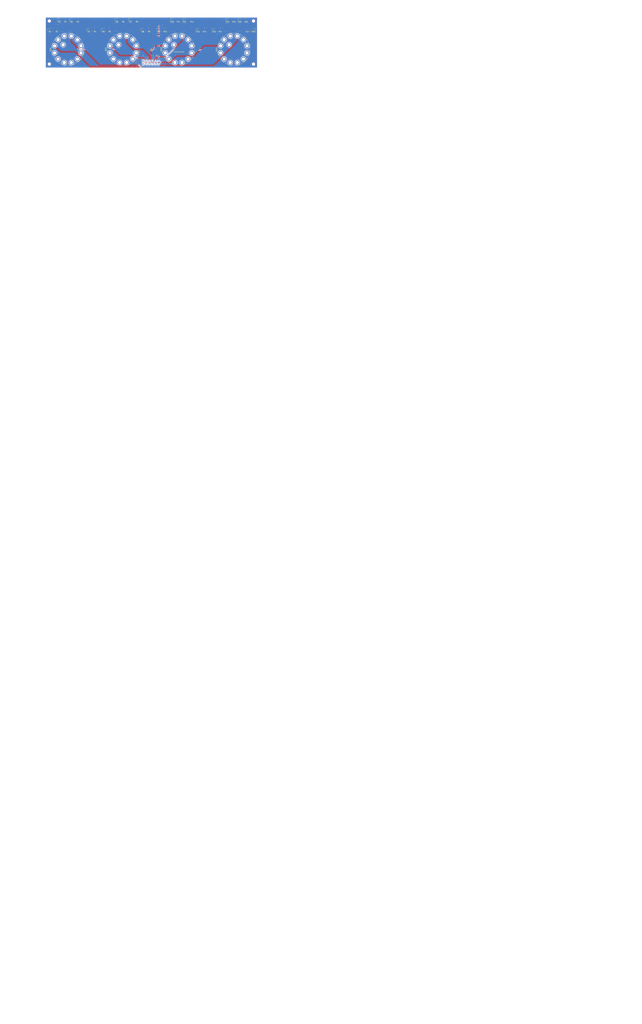
<source format=kicad_pcb>
(kicad_pcb (version 20221018) (generator pcbnew)

  (general
    (thickness 1.6)
  )

  (paper "A4")
  (layers
    (0 "F.Cu" signal)
    (31 "B.Cu" signal)
    (34 "B.Paste" user)
    (35 "F.Paste" user)
    (36 "B.SilkS" user "B.Silkscreen")
    (37 "F.SilkS" user "F.Silkscreen")
    (38 "B.Mask" user)
    (39 "F.Mask" user)
    (44 "Edge.Cuts" user)
    (45 "Margin" user)
    (46 "B.CrtYd" user "B.Courtyard")
    (47 "F.CrtYd" user "F.Courtyard")
    (48 "B.Fab" user)
    (49 "F.Fab" user)
  )

  (setup
    (stackup
      (layer "F.SilkS" (type "Top Silk Screen") (color "White"))
      (layer "F.Paste" (type "Top Solder Paste"))
      (layer "F.Mask" (type "Top Solder Mask") (color "Black") (thickness 0.01))
      (layer "F.Cu" (type "copper") (thickness 0.035))
      (layer "dielectric 1" (type "core") (thickness 1.51) (material "FR4") (epsilon_r 4.5) (loss_tangent 0.02))
      (layer "B.Cu" (type "copper") (thickness 0.035))
      (layer "B.Mask" (type "Bottom Solder Mask") (color "Black") (thickness 0.01))
      (layer "B.Paste" (type "Bottom Solder Paste"))
      (layer "B.SilkS" (type "Bottom Silk Screen") (color "White"))
      (copper_finish "None")
      (dielectric_constraints yes)
    )
    (pad_to_mask_clearance 0)
    (aux_axis_origin 74 130)
    (grid_origin 74 130)
    (pcbplotparams
      (layerselection 0x00010fc_ffffffff)
      (plot_on_all_layers_selection 0x0000000_00000000)
      (disableapertmacros false)
      (usegerberextensions false)
      (usegerberattributes true)
      (usegerberadvancedattributes true)
      (creategerberjobfile true)
      (dashed_line_dash_ratio 12.000000)
      (dashed_line_gap_ratio 3.000000)
      (svgprecision 4)
      (plotframeref false)
      (viasonmask false)
      (mode 1)
      (useauxorigin false)
      (hpglpennumber 1)
      (hpglpenspeed 20)
      (hpglpendiameter 15.000000)
      (dxfpolygonmode true)
      (dxfimperialunits true)
      (dxfusepcbnewfont true)
      (psnegative false)
      (psa4output false)
      (plotreference true)
      (plotvalue true)
      (plotinvisibletext false)
      (sketchpadsonfab false)
      (subtractmaskfromsilk false)
      (outputformat 1)
      (mirror false)
      (drillshape 1)
      (scaleselection 1)
      (outputdirectory "")
    )
  )

  (net 0 "")
  (net 1 "/LED_PWR")
  (net 2 "Net-(D1-A)")
  (net 3 "Net-(D2-A)")
  (net 4 "Net-(D3-A)")
  (net 5 "Net-(D4-A)")
  (net 6 "Net-(D5-A)")
  (net 7 "Net-(D6-A)")
  (net 8 "+3V3")
  (net 9 "/ATT Capt")
  (net 10 "/AIR Capt")
  (net 11 "/ATT FO")
  (net 12 "/AIR FO")
  (net 13 "/EIS Capt")
  (net 14 "/PWM_1")
  (net 15 "/EIS FO")
  (net 16 "GND")
  (net 17 "/ECAM Capt")
  (net 18 "VBUS")
  (net 19 "/ECAM FO")
  (net 20 "unconnected-(SW1-Pad2)")
  (net 21 "unconnected-(SW1-Pad3)")
  (net 22 "unconnected-(SW1-Pad5)")
  (net 23 "unconnected-(SW1-Pad6)")
  (net 24 "unconnected-(SW1-Pad7)")
  (net 25 "unconnected-(SW1-Pad8)")
  (net 26 "unconnected-(SW1-Pad9)")
  (net 27 "unconnected-(SW1-Pad10)")
  (net 28 "unconnected-(SW1-Pad11)")
  (net 29 "unconnected-(SW1-Pad12)")
  (net 30 "unconnected-(SW2-Pad2)")
  (net 31 "unconnected-(SW2-Pad3)")
  (net 32 "unconnected-(SW2-Pad5)")
  (net 33 "unconnected-(SW2-Pad6)")
  (net 34 "unconnected-(SW2-Pad7)")
  (net 35 "unconnected-(SW2-Pad8)")
  (net 36 "unconnected-(SW2-Pad9)")
  (net 37 "unconnected-(SW2-Pad10)")
  (net 38 "unconnected-(SW2-Pad11)")
  (net 39 "unconnected-(SW2-Pad12)")
  (net 40 "unconnected-(SW3-Pad2)")
  (net 41 "unconnected-(SW3-Pad3)")
  (net 42 "unconnected-(SW3-Pad5)")
  (net 43 "unconnected-(SW3-Pad6)")
  (net 44 "unconnected-(SW3-Pad7)")
  (net 45 "unconnected-(SW3-Pad8)")
  (net 46 "unconnected-(SW3-Pad9)")
  (net 47 "unconnected-(SW3-Pad10)")
  (net 48 "unconnected-(SW3-Pad11)")
  (net 49 "unconnected-(SW3-Pad12)")
  (net 50 "unconnected-(SW4-Pad2)")
  (net 51 "unconnected-(SW4-Pad3)")
  (net 52 "unconnected-(SW4-Pad5)")
  (net 53 "unconnected-(SW4-Pad6)")
  (net 54 "unconnected-(SW4-Pad7)")
  (net 55 "unconnected-(SW4-Pad8)")
  (net 56 "unconnected-(SW4-Pad9)")
  (net 57 "unconnected-(SW4-Pad10)")
  (net 58 "unconnected-(SW4-Pad11)")
  (net 59 "unconnected-(SW4-Pad12)")
  (net 60 "Net-(D7-A)")
  (net 61 "Net-(D8-A)")
  (net 62 "Net-(D9-A)")
  (net 63 "Net-(D10-A)")
  (net 64 "Net-(D11-A)")
  (net 65 "Net-(D12-A)")
  (net 66 "Net-(D13-A)")
  (net 67 "Net-(D14-A)")
  (net 68 "Net-(D15-A)")
  (net 69 "Net-(D16-A)")

  (footprint "MountingHole:MountingHole_2.2mm_M2" (layer "F.Cu") (at 243 127))

  (footprint "LED_SMD:LED_0805_2012Metric" (layer "F.Cu") (at 187.0625 91))

  (footprint "LED_SMD:LED_0805_2012Metric" (layer "F.Cu") (at 121 99))

  (footprint "Resistor_SMD:R_0805_2012Metric" (layer "F.Cu") (at 100.0875 91 180))

  (footprint "LED_SMD:LED_0805_2012Metric" (layer "F.Cu") (at 94.9375 91))

  (footprint "NiasStuff:C&K_Rotary_Switches" (layer "F.Cu") (at 227 115 90))

  (footprint "MountingHole:MountingHole_2.2mm_M2" (layer "F.Cu") (at 77 127))

  (footprint "Resistor_SMD:R_0805_2012Metric" (layer "F.Cu") (at 227.025 91 180))

  (footprint "LED_SMD:LED_0805_2012Metric" (layer "F.Cu") (at 109.0625 99))

  (footprint "LED_SMD:LED_0805_2012Metric" (layer "F.Cu") (at 85.0625 91))

  (footprint "NiasStuff:C&K_Rotary_Switches" (layer "F.Cu") (at 182 115 90))

  (footprint "Resistor_SMD:R_0805_2012Metric" (layer "F.Cu") (at 238.0875 99))

  (footprint "Resistor_SMD:R_0805_2012Metric" (layer "F.Cu") (at 90.0875 91 180))

  (footprint "Resistor_SMD:R_0805_2012Metric" (layer "F.Cu") (at 158.0875 99 180))

  (footprint "Resistor_SMD:R_0805_2012Metric" (layer "F.Cu") (at 182.025 91 180))

  (footprint "LED_SMD:LED_0805_2012Metric" (layer "F.Cu") (at 132 91))

  (footprint "LED_SMD:LED_0805_2012Metric" (layer "F.Cu") (at 143.0625 91))

  (footprint "Resistor_SMD:R_0805_2012Metric" (layer "F.Cu") (at 192.9125 91 180))

  (footprint "LED_SMD:LED_0805_2012Metric" (layer "F.Cu") (at 198 99))

  (footprint "NiasStuff:C&K_Rotary_Switches" (layer "F.Cu") (at 92 115 90))

  (footprint "Resistor_SMD:R_0805_2012Metric" (layer "F.Cu") (at 237.025 91 180))

  (footprint "Resistor_SMD:R_0805_2012Metric" (layer "F.Cu") (at 83.0875 99 180))

  (footprint "Resistor_SMD:R_0805_2012Metric" (layer "F.Cu") (at 148.0875 91 180))

  (footprint "LED_SMD:LED_0805_2012Metric" (layer "F.Cu") (at 77.5025 99))

  (footprint "LED_SMD:LED_0805_2012Metric" (layer "F.Cu") (at 242.9375 99 180))

  (footprint "LED_SMD:LED_0805_2012Metric" (layer "F.Cu") (at 222 91))

  (footprint "Resistor_SMD:R_0805_2012Metric" (layer "F.Cu") (at 203.0875 99 180))

  (footprint "NiasStuff:C&K_Rotary_Switches" (layer "F.Cu") (at 137 115 90))

  (footprint "Resistor_SMD:R_0805_2012Metric" (layer "F.Cu") (at 171.0875 99 180))

  (footprint "Resistor_SMD:R_0805_2012Metric" (layer "F.Cu") (at 126.0875 99 180))

  (footprint "LED_SMD:LED_0805_2012Metric" (layer "F.Cu") (at 231.9375 91))

  (footprint "Resistor_SMD:R_0805_2012Metric" (layer "F.Cu") (at 216.0875 99 180))

  (footprint "Package_TO_SOT_SMD:SOT-23-3" (layer "F.Cu") (at 162.05 115.1375 90))

  (footprint "Resistor_SMD:R_0603_1608Metric" (layer "F.Cu") (at 161.925 120))

  (footprint "Resistor_SMD:R_0805_2012Metric" (layer "F.Cu") (at 114.0875 99 180))

  (footprint "MountingHole:MountingHole_2.2mm_M2" (layer "F.Cu") (at 243 92))

  (footprint "LED_SMD:LED_0805_2012Metric" (layer "F.Cu") (at 153.0625 99))

  (footprint "LED_SMD:LED_0805_2012Metric" (layer "F.Cu") (at 211 99))

  (footprint "LED_SMD:LED_0805_2012Metric" (layer "F.Cu") (at 166.0625 99))

  (footprint "MountingHole:MountingHole_2.2mm_M2" (layer "F.Cu") (at 77 92))

  (footprint "Resistor_SMD:R_0805_2012Metric" (layer "F.Cu") (at 137.0875 91 180))

  (footprint "LED_SMD:LED_0805_2012Metric" (layer "F.Cu") (at 177 91))

  (footprint "Connector_IDC:IDC-Header_2x06_P2.54mm_Vertical" (layer "B.Cu") (at 153.3 124.46 -90))

  (gr_line (start 246 89) (end 74 89)
    (stroke (width 0.1) (type default)) (layer "Edge.Cuts") (tstamp 4180de9c-72a9-4372-a0e6-21885a70859e))
  (gr_line (start 246 130) (end 246 89)
    (stroke (width 0.1) (type default)) (layer "Edge.Cuts") (tstamp 5c6d5c02-aabe-4484-bced-6faf57b1ac89))
  (gr_line (start 74 89) (end 74 130)
    (stroke (width 0.1) (type default)) (layer "Edge.Cuts") (tstamp 658482ab-e47e-41e2-b0a4-029602479ac5))
  (gr_line (start 74 130) (end 246 130)
    (stroke (width 0.1) (type default)) (layer "Edge.Cuts") (tstamp 6c260de4-b235-4139-8cd3-6a8379b8777c))
  (gr_line locked (start 526.028976 391.206486) (end 525.706738 391.079431)
    (stroke (width 0.613409) (type solid)) (layer "F.Fab") (tstamp 000605f7-d09d-42b3-95e3-428df9b2ad4d))
  (gr_line locked (start 438.650647 95.161961) (end 438.511297 95.765806)
    (stroke (width 0.613699) (type solid)) (layer "F.Fab") (tstamp 00088ac3-1bfc-4e33-9fbe-9190a1121e5c))
  (gr_line locked (start 100.653418 334.425418) (end 100.867558 334.007315)
    (stroke (width 0.612998) (type solid)) (layer "F.Fab") (tstamp 00233eff-4241-4a3d-9eac-6fecd5ac70bb))
  (gr_line locked (start 506.805593 140.935512) (end 507.265738 140.804845)
    (stroke (width 0.612998) (type solid)) (layer "F.Fab") (tstamp 002f8e6a-c999-4f52-b21b-819c1e2fd99f))
  (gr_line locked (start 396.926741 761.091366) (end 396.934656 761.40442)
    (stroke (width 0.613409) (type solid)) (layer "F.Fab") (tstamp 003472a7-e9c7-440a-94a8-7f1ea67acbd4))
  (gr_line locked (start 422.657014 137.591086) (end 423.290796 137.542888)
    (stroke (width 0.613699) (type solid)) (layer "F.Fab") (tstamp 00432e7e-9581-4d98-9c81-a83c06a5d2b0))
  (gr_line locked (start 431.282095 81.146329) (end 431.834897 81.396275)
    (stroke (width 0.613699) (type solid)) (layer "F.Fab") (tstamp 00442c20-4dde-4a70-9046-78cce46acc9e))
  (gr_line locked (start 458.089899 99.118476) (end 457.789398 98.595805)
    (stroke (width 0.613699) (type solid)) (layer "F.Fab") (tstamp 009093a4-af50-484f-ab2c-4fa4d150c025))
  (gr_line locked (start 78.961944 354.031835) (end 78.883339 354.045798)
    (stroke (width 0.612998) (type solid)) (layer "F.Fab") (tstamp 009e31d4-8050-4ed2-aacd-f3b39fc1c9b5))
  (gr_line locked (start 351.716947 110.089467) (end 352.561506 109.982148)
    (stroke (width 0.834897) (type solid)) (layer "F.Fab") (tstamp 00adaae8-4c74-4ea2-ac51-03182dad2382))
  (gr_line locked (start 49.983855 324.98834) (end 49.997818 324.909734)
    (stroke (width 0.612998) (type solid)) (layer "F.Fab") (tstamp 00bad4a4-4bc5-4447-932b-01c58737d9e4))
  (gr_line locked (start 222.038847 380.732167) (end 222.42493 380.95416)
    (stroke (width 0.715585) (type solid)) (layer "F.Fab") (tstamp 00dd887a-f2c0-49a3-aa2c-d3a926404083))
  (gr_line locked (start 501.492966 337.386727) (end 502.333242 337.536785)
    (stroke (width 0.994409) (type solid)) (layer "F.Fab") (tstamp 00e00f95-5669-4960-b898-211c88ad836b))
  (gr_line locked (start 480.989215 90.131207) (end 481.098967 90.745834)
    (stroke (width 0.613699) (type solid)) (layer "F.Fab") (tstamp 00e7208f-1dca-4a9c-a7bc-f8c45eade495))
  (gr_line locked (start 176.379032 301.221363) (end 176.649379 300.84119)
    (stroke (width 0.612998) (type solid)) (layer "F.Fab") (tstamp 0126fdec-4ed0-405f-96a8-bf8dcc22c5dd))
  (gr_line locked (start 51.558684 323.638466) (end 78.640093 323.638466)
    (stroke (width 0.612998) (type solid)) (layer "F.Fab") (tstamp 01272250-71b3-40c6-9372-33211803dab7))
  (gr_line locked (start 340.686157 92.134164) (end 340.761151 92.72433)
    (stroke (width 0.745489) (type solid)) (layer "F.Fab") (tstamp 0140af6f-2293-44e0-92cc-5cfdb612a714))
  (gr_line locked (start 239.262218 373.502929) (end 239.930487 374.545326)
    (stroke (width 0.914526) (type solid)) (layer "F.Fab") (tstamp 015195bd-713e-4438-8b57-1120f892e0d7))
  (gr_line locked (start 131.631354 289.493767) (end 136.350136 289.493767)
    (stroke (width 0.923289) (type solid)) (layer "F.Fab") (tstamp 01a210cb-45f4-4609-9580-bad11f4e6167))
  (gr_line locked (start 220.385896 380.033917) (end 220.814268 380.178863)
    (stroke (width 0.715585) (type solid)) (layer "F.Fab") (tstamp 01bbde9e-f889-43d6-a1a2-473147205433))
  (gr_line locked (start 396.334766 758.766998) (end 396.456592 759.036471)
    (stroke (width 0.613409) (type solid)) (layer "F.Fab") (tstamp 01bf2cc4-fa0e-488e-901f-f945cecfa919))
  (gr_line locked (start 173.653527 433.405088) (end 174.05361 432.229977)
    (stroke (width 2.371089) (type solid)) (layer "F.Fab") (tstamp 01d930e9-cc17-4b7f-988d-ae3777f28eaf))
  (gr_line locked (start 385.502037 764.304147) (end 385.367692 764.041842)
    (stroke (width 0.613409) (type solid)) (layer "F.Fab") (tstamp 01e3bf14-6a63-402b-afde-e5165db485e4))
  (gr_line locked (start 78.883339 323.656757) (end 78.961944 323.670721)
    (stroke (width 0.612998) (type solid)) (layer "F.Fab") (tstamp 01e618f4-1151-47ec-a8ac-6c0e9197a39b))
  (gr_line locked (start 469.897676 159.457013) (end 469.437531 159.587679)
    (stroke (width 0.612998) (type solid)) (layer "F.Fab") (tstamp 01e7e644-8d27-47ab-a8ba-c0019926ff08))
  (gr_line locked (start 405.428136 469.796118) (end 405.539696 469.46641)
    (stroke (width 0.613409) (type solid)) (layer "F.Fab") (tstamp 01eff2ad-4258-4867-9c2f-0a3e6118c425))
  (gr_line locked (start 70.853738 184.555666) (end 71.360083 184.23102)
    (stroke (width 0.613699) (type solid)) (layer "F.Fab") (tstamp 02030059-60ad-4a75-9f32-2eebedba0f35))
  (gr_line locked (start 319.929823 101.43117) (end 319.579739 100.985686)
    (stroke (width 0.745489) (type solid)) (layer "F.Fab") (tstamp 0211cbd5-247f-4c0e-83ea-9fe83e47ade6))
  (gr_line locked (start 519.335724 151.187708) (end 519.274059 151.672986)
    (stroke (width 0.612998) (type solid)) (layer "F.Fab") (tstamp 0218070a-d244-4c66-a1ed-314a4b228885))
  (gr_line locked (start 180.645293 315.577555) (end 180.215766 315.38337)
    (stroke (width 0.612998) (type solid)) (layer "F.Fab") (tstamp 021e880c-609f-4d33-982b-d74f4282ebd7))
  (gr_line locked (start 80.003205 353.298271) (end 79.961851 353.362896)
    (stroke (width 0.612998) (type solid)) (layer "F.Fab") (tstamp 02324b54-f36f-4648-b688-1f8dffba6878))
  (gr_line locked (start 147.734556 102.79906) (end 148.346886 103.329475)
    (stroke (width 0.834897) (type solid)) (layer "F.Fab") (tstamp 023c1398-635b-4413-be60-b82a0ea09d68))
  (gr_line locked (start 368.971872 88.817509) (end 369.23228 88.30904)
    (stroke (width 0.745489) (type solid)) (layer "F.Fab") (tstamp 024f2a1c-8005-4f30-a77f-cd3daa17253a))
  (gr_line locked (start 160.434596 354.341282) (end 245.945501 354.341282)
    (stroke (width 0.834897) (type solid)) (layer "F.Fab") (tstamp 025869bd-e316-4f1f-9cfb-4e0550108fc7))
  (gr_line locked (start 387.951502 756.055227) (end 388.213807 755.920883)
    (stroke (width 0.613409) (type solid)) (layer "F.Fab") (tstamp 0261f3ab-ba4f-4b59-b279-137ddfdd3683))
  (gr_line locked (start 167.420177 851.397609) (end 161.951558 851.397609)
    (stroke (width 0.971549) (type solid)) (layer "F.Fab") (tstamp 02760c2e-5f23-40bd-b58d-ae7b91105ba7))
  (gr_line locked (start 70.36445 184.903644) (end 70.853738 184.555666)
    (stroke (width 0.613699) (type solid)) (layer "F.Fab") (tstamp 02773476-912d-4710-9a72-d66b22c98600))
  (gr_line locked (start 524.608414 197.335439) (end 521.514339 205.836354)
    (stroke (width 0.844549) (type solid)) (layer "F.Fab") (tstamp 02e7ca73-03bb-4664-abbc-e3db0c34eff3))
  (gr_line locked (start 512.112445 140.804845) (end 512.572591 140.935512)
    (stroke (width 0.612998) (type solid)) (layer "F.Fab") (tstamp 0300f639-982c-4c00-93bc-b7b7fa78b6bb))
  (gr_line locked (start 396.661159 759.595391) (end 396.743135 759.884073)
    (stroke (width 0.613409) (type solid)) (layer "F.Fab") (tstamp 0312e0da-7972-4f68-9b94-be8597fcb7c5))
  (gr_line locked (start 211.445384 382.014475) (end 211.779907 381.724704)
    (stroke (width 0.715585) (type solid)) (layer "F.Fab") (tstamp 032f56d8-7179-4175-9fd8-f032d917e48b))
  (gr_line locked (start 462.392159 158.722618) (end 461.98609 158.489134)
    (stroke (width 0.612998) (type solid)) (layer "F.Fab") (tstamp 03360393-7d40-4aba-a2bd-879aae9175fd))
  (gr_line locked (start 386.193981 103.70857) (end 385.715547 104.015304)
    (stroke (width 0.745489) (type solid)) (layer "F.Fab") (tstamp 0344a92d-da80-4a51-9ad5-d46c42075c37))
  (gr_line locked (start 388.759539 767.118707) (end 388.48328 767.009783)
    (stroke (width 0.613409) (type solid)) (layer "F.Fab") (tstamp 035a975d-c58f-4e5d-87c2-ef76c4500222))
  (gr_line locked (start 476.698255 149.697289) (end 476.710872 150.196281)
    (stroke (width 0.612998) (type solid)) (layer "F.Fab") (tstamp 0395b2e5-2b13-423b-9c89-527c0f641d56))
  (gr_line locked (start 172.744921 444.307382) (end 172.607627 443.0936)
    (stroke (width 2.371089) (type solid)) (layer "F.Fab") (tstamp 039b708f-32ac-4945-a571-c10abf34fb60))
  (gr_line locked (start 180.215766 297.902381) (end 180.645293 297.708196)
    (stroke (width 0.612998) (type solid)) (layer "F.Fab") (tstamp 03ba8d66-2eea-4a9b-a472-e3ea974e7d1d))
  (gr_line locked (start 370.501753 86.428921) (end 370.872377 86.001035)
    (stroke (width 0.745489) (type solid)) (layer "F.Fab") (tstamp 03c6de7f-787a-4c6c-bc90-7bdb8d7e8dbe))
  (gr_line locked (start 50.937419 323.763278) (end 51.009824 323.73483)
    (stroke (width 0.612998) (type solid)) (layer "F.Fab") (tstamp 03c710eb-db43-4eeb-ae07-8699dcecec02))
  (gr_line locked (start 149.854544 860.733783) (end 149.854544 879.623638)
    (stroke (width 0.971549) (type solid)) (layer "F.Fab") (tstamp 03d2bb4e-27aa-4e6a-abe0-b29dd369c004))
  (gr_line locked (start 182.942972 316.227843) (end 182.465462 316.142568)
    (stroke (width 0.612998) (type solid)) (layer "F.Fab") (tstamp 03d32559-33ac-4b96-bb3b-e66db22cf745))
  (gr_line locked (start 51.083926 323.709856) (end 51.159628 323.688453)
    (stroke (width 0.612998) (type solid)) (layer "F.Fab") (tstamp 042a9e4e-0722-4c1f-a53d-576da9b51009))
  (gr_line locked (start 406.136416 468.226726) (end 406.320987 467.93882)
    (stroke (width 0.613409) (type solid)) (layer "F.Fab") (tstamp 042b75ed-a558-48d4-94b9-25bebd8e6e34))
  (gr_line locked (start 111.620599 775.822067) (end 117.08918 775.822067)
    (stroke (width 0.971549) (type solid)) (layer "F.Fab") (tstamp 044c73e5-0562-494d-975f-7d1a4eb8fe4d))
  (gr_line locked (start 502.832495 157.052861) (end 502.511424 156.716102)
    (stroke (width 0.612998) (type solid)) (layer "F.Fab") (tstamp 0461196f-4968-494c-8639-100754102832))
  (gr_line locked (start 115.56191 331.146894) (end 115.91375 331.451666)
    (stroke (width 0.612998) (type solid)) (layer "F.Fab") (tstamp 0470f885-0d38-420d-9d54-bb466c1305b8))
  (gr_line locked (start 179.797664 298.11652) (end 180.215766 297.902381)
    (stroke (width 0.612998) (type solid)) (layer "F.Fab") (tstamp 047498cc-7428-457e-957f-e228c2749e0f))
  (gr_line locked (start 104.771895 347.155689) (end 104.365826 346.922205)
    (stroke (width 0.612998) (type solid)) (layer "F.Fab") (tstamp 04afe5c2-00f2-469c-a60e-b9bb932aca8a))
  (gr_line locked (start 76.555323 182.488539) (end 77.189099 182.440341)
    (stroke (width 0.613699) (type solid)) (layer "F.Fab") (tstamp 04c12bbd-bee6-47ff-8984-e3931c0eb951))
  (gr_line locked (start 88.804832 200.854441) (end 88.504331 201.377111)
    (stroke (width 0.613699) (type solid)) (layer "F.Fab") (tstamp 04d988a9-a611-4a97-a93d-d0399c9d1d9d))
  (gr_line locked (start 87.461284 186.966058) (end 87.831773 187.437554)
    (stroke (width 0.613699) (type solid)) (layer "F.Fab") (tstamp 04e84a0c-3d5a-4d6b-891e-626e8572f4ae))
  (gr_poly locked
    (pts
      (xy 73.179883 859.944839)
      (xy 73.179883 857.838146)
      (xy 76.99686 854.042176)
      (xy 79.115374 854.041478)
    )

    (stroke (width 0) (type solid)) (fill solid) (layer "F.Fab") (tstamp 050bfc30-a9c6-441c-9438-b37ee68fae0a))
  (gr_line locked (start 79.767621 353.598498) (end 79.712352 353.65118)
    (stroke (width 0.612998) (type solid)) (layer "F.Fab") (tstamp 051afe90-04dc-4cb5-9263-8241581b0986))
  (gr_line locked (start 533.494228 462.090991) (end 533.539389 462.04888)
    (stroke (width 0.904573) (type solid)) (layer "F.Fab") (tstamp 05213936-3453-44c5-b8a4-bb4a6c27338a))
  (gr_line locked (start 68.593544 168.717919) (end 68.201298 168.265045)
    (stroke (width 0.613699) (type solid)) (layer "F.Fab") (tstamp 05342953-60f6-41c2-a9ac-2a4e04cb24f2))
  (gr_line locked (start 407.959431 466.219994) (end 408.237637 466.022156)
    (stroke (width 0.613409) (type solid)) (layer "F.Fab") (tstamp 053ea2d9-1140-40e3-8963-f826dfe6a954))
  (gr_line locked (start 506.355045 159.304564) (end 505.914703 159.130942)
    (stroke (width 0.612998) (type solid)) (layer "F.Fab") (tstamp 055fa924-e301-4c44-96c9-8c930c198e8b))
  (gr_line locked (start 482.598237 349.179314) (end 482.866503 348.386483)
    (stroke (width 0.994409) (type solid)) (layer "F.Fab") (tstamp 05747927-4bd6-41c7-a367-9d42636524e0))
  (gr_line locked (start 72.420804 149.075621) (end 72.973612 148.825677)
    (stroke (width 0.613699) (type solid)) (layer "F.Fab") (tstamp 05c9f95f-3b35-441b-bd6d-1e955e4c1190))
  (gr_line locked (start 436.054375 84.707461) (end 436.424861 85.178958)
    (stroke (width 0.613699) (type solid)) (layer "F.Fab") (tstamp 05cb67b4-e2e1-4d12-92df-ca55125977a2))
  (gr_line locked (start 79.107285 182.48854) (end 79.731845 182.567913)
    (stroke (width 0.613699) (type solid)) (layer "F.Fab") (tstamp 05d0bc81-942e-45ca-b730-a7ce3ea8c340))
  (gr_line locked (start 240.549115 375.621222) (end 241.116487 376.729001)
    (stroke (width 0.914526) (type solid)) (layer "F.Fab") (tstamp 05dbfa15-7cb4-4ec7-a4b0-2258bed485b7))
  (gr_line locked (start 87.069033 186.513189) (end 87.461284 186.966058)
    (stroke (width 0.613699) (type solid)) (layer "F.Fab") (tstamp 05f9077e-c1c0-4eff-b543-d3927c13fcaa))
  (gr_line locked (start 557.442847 461.808328) (end 557.499571 461.821611)
    (stroke (width 0.904573) (type solid)) (layer "F.Fab") (tstamp 0601bb4c-28d8-4b1f-b508-3dbbf30f1d84))
  (gr_line locked (start 50.195571 324.404285) (end 50.236925 324.339659)
    (stroke (width 0.612998) (type solid)) (layer "F.Fab") (tstamp 06100aa7-63b9-4c70-9630-eda8d3fd70e7))
  (gr_line locked (start 516.86676 143.676428) (end 517.171532 144.028269)
    (stroke (width 0.612998) (type solid)) (layer "F.Fab") (tstamp 062bd4f0-c798-42d7-97e6-d81ce6378f3e))
  (gr_line locked (start 175.158932 303.759377) (end 175.311381 303.308828)
    (stroke (width 0.612998) (type solid)) (layer "F.Fab") (tstamp 062cf003-8e5f-42b5-984f-730b1687b14b))
  (gr_line locked (start 378.395322 82.198431) (end 378.994171 82.152892)
    (stroke (width 0.745489) (type solid)) (layer "F.Fab") (tstamp 06505807-513c-453f-826a-8dd3e0b1bc36))
  (gr_line locked (start 476.229808 82.645055) (end 476.701252 83.015578)
    (stroke (width 0.613699) (type solid)) (layer "F.Fab") (tstamp 065e97bc-9756-4124-8a4d-b671a4e83fbd))
  (gr_line locked (start 438.511297 95.765806) (end 438.343128 96.358083)
    (stroke (width 0.613699) (type solid)) (layer "F.Fab") (tstamp 065f6507-55d8-4ffb-99d3-c7c29787afdc))
  (gr_poly locked
    (pts
      (xy 355.166741 773.176724)
      (xy 355.862357 773.848776)
      (xy 355.862357 778.171923)
      (xy 353.447776 778.171923)
      (xy 353.447853 773.848776)
      (xy 354.14347 773.176724)
      (xy 354.14347 769.816542)
      (xy 355.166741 769.816542)
    )

    (stroke (width 0) (type solid)) (fill solid) (layer "F.Fab") (tstamp 0669aa2b-1ca7-464f-8506-d9cbec2a41d7))
  (gr_line locked (start 428.939525 80.419071) (end 429.543303 80.558439)
    (stroke (width 0.613699) (type solid)) (layer "F.Fab") (tstamp 0676f874-8d33-420d-8b4b-5ad083058585))
  (gr_line locked (start 482.368302 349.989033) (end 482.598237 349.179314)
    (stroke (width 0.994409) (type solid)) (layer "F.Fab") (tstamp 0682be8b-ede1-4343-a150-44fdaa95339d))
  (gr_line locked (start 417.186608 84.254586) (end 417.599829 83.821127)
    (stroke (width 0.613699) (type solid)) (layer "F.Fab") (tstamp 068c72fd-a128-4bf3-b48a-6d98a9a41890))
  (gr_line locked (start 465.644071 80.558435) (end 466.247855 80.419069)
    (stroke (width 0.613699) (type solid)) (layer "F.Fab") (tstamp 06a60b20-42d7-49c9-908b-5c8ddc96c568))
  (gr_line locked (start 533.294572 481.431972) (end 533.260377 481.374913)
    (stroke (width 0.904573) (type solid)) (layer "F.Fab") (tstamp 06c30212-0f1e-4ba8-b3f5-7d3481658b9c))
  (gr_line locked (start 412.205042 479.002122) (end 411.839886 478.992889)
    (stroke (width 0.613409) (type solid)) (layer "F.Fab") (tstamp 06e1b00a-e6d6-4ef6-9f12-d2b2652e7c44))
  (gr_line locked (start 514.616778 360.895227) (end 514.275069 361.651067)
    (stroke (width 0.994409) (type solid)) (layer "F.Fab") (tstamp 070e113d-6ed8-40bd-80a2-734a650930be))
  (gr_line locked (start 176.126812 311.670962) (end 175.893327 311.264894)
    (stroke (width 0.612998) (type solid)) (layer "F.Fab") (tstamp 0736868e-e17a-4d88-8b9a-c70bd613369a))
  (gr_line locked (start 85.298124 150.324395) (end 85.76957 150.694917)
    (stroke (width 0.613699) (type solid)) (layer "F.Fab") (tstamp 073ae6d6-8384-48a7-9c47-c0e1e2c0766a))
  (gr_line locked (start 209.537622 384.44434) (end 209.759615 384.058257)
    (stroke (width 0.715585) (type solid)) (layer "F.Fab") (tstamp 07540ab9-d94e-4735-bf31-824434b07578))
  (gr_line locked (start 154.708899 685.237984) (end 154.708899 693.292376)
    (stroke (width 0.717548) (type solid)) (layer "F.Fab") (tstamp 0754a9b8-1a68-4bbf-814b-453a2b33b736))
  (gr_line locked (start 336.530623 103.02971) (end 336.085137 103.379792)
    (stroke (width 0.745489) (type solid)) (layer "F.Fab") (tstamp 0756f6dc-09b4-45a2-b42e-be024c2caec1))
  (gr_line locked (start 50.122198 324.539714) (end 50.157296 324.471002)
    (stroke (width 0.612998) (type solid)) (layer "F.Fab") (tstamp 07593c65-c9d4-4dc2-bd1b-79dbc9433a74))
  (gr_line locked (start 389.379042 87.336747) (end 389.685759 87.815205)
    (stroke (width 0.745489) (type solid)) (layer "F.Fab") (tstamp 0760bdec-5042-434e-97ad-e09e5535a185))
  (gr_line locked (start 456.844207 96.358069) (end 456.676034 95.765794)
    (stroke (width 0.613699) (type solid)) (layer "F.Fab") (tstamp 07990805-1dec-4e93-bb89-bb5beabfc4a5))
  (gr_line locked (start 189.447769 314.935746) (end 189.041701 315.169231)
    (stroke (width 0.612998) (type solid)) (layer "F.Fab") (tstamp 07a70382-fbb2-4278-8b58-a85916575dff))
  (gr_line locked (start 438.904188 92.646577) (end 438.887949 93.288855)
    (stroke (width 0.613699) (type solid)) (layer "F.Fab") (tstamp 07ba21fd-5633-461d-a5ef-073f8f3c6be7))
  (gr_line locked (start 518.215447 154.818287) (end 517.981963 155.224354)
    (stroke (width 0.612998) (type solid)) (layer "F.Fab") (tstamp 07da63e9-248f-4d21-8be5-277734e70bcb))
  (gr_line locked (start 227.053708 96.402278) (end 227.053747 98.945456)
    (stroke (width 1.977389) (type solid)) (layer "F.Fab") (tstamp 0801d8f0-8c2a-44f2-bf9f-249b75223ecd))
  (gr_line locked (start 492.25261 369.975801) (end 491.496771 369.634093)
    (stroke (width 0.994409) (type solid)) (layer "F.Fab") (tstamp 080acedd-a53e-4e50-9a9a-f53c56c5f81d))
  (gr_line locked (start 474.173476 81.396275) (end 474.711574 81.671905)
    (stroke (width 0.613699) (type solid)) (layer "F.Fab") (tstamp 081265e0-318a-4a48-9b7a-f8f37883d7bb))
  (gr_line locked (start 220.584981 362.308293) (end 221.870753 362.471676)
    (stroke (width 0.914526) (type solid)) (layer "F.Fab") (tstamp 0842b355-58ce-405c-981c-fd579aa22f7a))
  (gr_line locked (start 65.605031 192.389816) (end 65.744384 191.785971)
    (stroke (width 0.613699) (type solid)) (layer "F.Fab") (tstamp 086a820f-f74f-4460-b7d8-07842a62bd57))
  (gr_line locked (start 85.740463 100.271635) (end 86.506817 99.969471)
    (stroke (width 0.834897) (type solid)) (layer "F.Fab") (tstamp 087ce349-3630-46df-a771-697db330fee5))
  (gr_line locked (start 390.2301 99.042582) (end 389.969692 99.551051)
    (stroke (width 0.745489) (type solid)) (layer "F.Fab") (tstamp 08804084-534f-46a9-97e7-738a0760399f))
  (gr_line locked (start 413.960788 93.288852) (end 413.944548 92.646577)
    (stroke (width 0.613699) (type solid)) (layer "F.Fab") (tstamp 08a47f18-b755-4086-9c9d-fcd91754fa4b))
  (gr_line locked (start 111.817267 329.237917) (end 112.277412 329.368584)
    (stroke (width 0.612998) (type solid)) (layer "F.Fab") (tstamp 08c2ac5f-ef7a-4805-a5ab-aa4957d504d4))
  (gr_line locked (start 437.097416 86.174693) (end 437.397917 86.697363)
    (stroke (width 0.613699) (type solid)) (layer "F.Fab") (tstamp 08e07763-4b51-4de2-858d-3a1c004c2eeb))
  (gr_line locked (start 338.80804 87.336747) (end 339.114777 87.815205)
    (stroke (width 0.745489) (type solid)) (layer "F.Fab") (tstamp 08f8c87a-c53a-49aa-8242-601536bba3cd))
  (gr_line locked (start 243.128015 382.689663) (end 243.353954 383.954849)
    (stroke (width 0.914526) (type solid)) (layer "F.Fab") (tstamp 09335b0e-5aa7-47f2-94ae-2c868f282ad8))
  (gr_line locked (start 391.777678 755.391087) (end 392.077255 755.444586)
    (stroke (width 0.613409) (type solid)) (layer "F.Fab") (tstamp 093e9eb4-a08c-4d27-b648-cb36b269c31a))
  (gr_line locked (start 142.358645 211.691811) (end 142.358645 218.86366)
    (stroke (width 0.794838) (type solid)) (layer "F.Fab") (tstamp 0945f6c0-725a-476c-bbd4-2bedd8bbd298))
  (gr_line locked (start 557.555299 481.934078) (end 557.499571 481.950944)
    (stroke (width 0.904573) (type solid)) (layer "F.Fab") (tstamp 094d18cf-2b7f-4956-96bc-bfd9d9427e44))
  (gr_line locked (start 389.924781 767.417752) (end 389.625203 767.364254)
    (stroke (width 0.613409) (type solid)) (layer "F.Fab") (tstamp 0960804c-9948-418c-a48f-bbd2fa12e6e3))
  (gr_line locked (start 412.433895 154.865912) (end 412.210437 154.299128)
    (stroke (width 0.613699) (type solid)) (layer "F.Fab") (tstamp 09cddd9e-b7ce-4c5b-ab2d-14b48295987f))
  (gr_line locked (start 225.95462 384.841864) (end 226.139248 385.25025)
    (stroke (width 0.715585) (type solid)) (layer "F.Fab") (tstamp 09e0a9a0-bc4a-48c6-9a4f-45f1933e714a))
  (gr_line locked (start 216.240294 379.725658) (end 216.701689 379.667028)
    (stroke (width 0.715585) (type solid)) (layer "F.Fab") (tstamp 0a01e275-6290-432f-8bb3-85a5ceb625c7))
  (gr_line locked (start 111.348134 348.129026) (end 110.870623 348.214301)
    (stroke (width 0.612998) (type solid)) (layer "F.Fab") (tstamp 0a117b81-ecba-4139-92b0-b0f38c4cd763))
  (gr_line locked (start 369.82293 87.336747) (end 370.15169 86.874405)
    (stroke (width 0.745489) (type solid)) (layer "F.Fab") (tstamp 0a20cd79-d08e-41e1-998b-b86be4036eb8))
  (gr_line locked (start 502.206652 156.364262) (end 501.918788 155.997951)
    (stroke (width 0.612998) (type solid)) (layer "F.Fab") (tstamp 0a4bffb7-c8c5-4692-b79b-3b6687f53d24))
  (gr_line locked (start 524.223188 390.227349) (end 523.955126 390.016693)
    (stroke (width 0.613409) (type solid)) (layer "F.Fab") (tstamp 0a70c4b9-a986-4c85-95d4-befe16516019))
  (gr_line locked (start 348.484525 110.919035) (end 349.268637 110.65372)
    (stroke (width 0.834897) (type solid)) (layer "F.Fab") (tstamp 0a718200-2c9c-4217-aa85-e024a235a598))
  (gr_line locked (start 230.454794 99.288311) (end 231.271253 99.476749)
    (stroke (width 0.834897) (type solid)) (layer "F.Fab") (tstamp 0ada593b-9d19-40a8-a6f3-21c498cfc9f8))
  (gr_line locked (start 396.934656 761.40442) (end 396.926741 761.717473)
    (stroke (width 0.613409) (type solid)) (layer "F.Fab") (tstamp 0aded04a-9303-4a91-a556-0f118eb51a85))
  (gr_line locked (start 411.1244 464.892037) (end 411.479523 464.846911)
    (stroke (width 0.613409) (type solid)) (layer "F.Fab") (tstamp 0aecf4b4-ccc7-4c9d-a445-1fa96ec920b5))
  (gr_line locked (start 396.743135 759.884073) (end 396.811063 760.178394)
    (stroke (width 0.613409) (type solid)) (layer "F.Fab") (tstamp 0af165cc-3b03-4799-af41-378808fdf4af))
  (gr_line locked (start 317.952537 89.875388) (end 318.163687 89.339872)
    (stroke (width 0.745489) (type solid)) (layer "F.Fab") (tstamp 0b18e4d6-fe71-418b-84dd-0c2df6df642d))
  (gr_line locked (start 529.898879 391.492902) (end 529.549441 391.555306)
    (stroke (width 0.613409) (type solid)) (layer "F.Fab") (tstamp 0b2f227d-4727-48bf-8250-13984a2aef6f))
  (gr_line locked (start 532.285852 556.312907) (end 519.052551 559.870985)
    (stroke (width 1.225549) (type solid)) (layer "F.Fab") (tstamp 0b3ad07b-9f64-4cf3-aa90-4351a5e3da4d))
  (gr_poly locked
    (pts
      (xy 87.199066 652.914143)
      (xy 85.857675 647.906464)
      (xy 88.540457 647.906464)
    )

    (stroke (width 0) (type solid)) (fill solid) (layer "F.Fab") (tstamp 0b44d94e-c37b-4bbe-9cf7-bfdb1f85402b))
  (gr_line locked (start 437.923443 87.788385) (end 438.1469 88.35517)
    (stroke (width 0.613699) (type solid)) (layer "F.Fab") (tstamp 0b459a44-9210-42e7-8942-3180f9100976))
  (gr_line locked (start 382.547987 82.508807) (end 383.107561 82.667715)
    (stroke (width 0.745489) (type solid)) (layer "F.Fab") (tstamp 0b586882-a7a6-4ce5-bfa8-0d0e81156a33))
  (gr_line locked (start 173.197234 446.712389) (end 172.941486 445.514384)
    (stroke (width 2.371089) (type solid)) (layer "F.Fab") (tstamp 0b5ee9b5-c20a-4b15-b815-3f3a1ac299f6))
  (gr_line locked (start 111.620599 832.507832) (end 117.08918 832.507832)
    (stroke (width 0.971549) (type solid)) (layer "F.Fab") (tstamp 0b828298-9fb1-47ae-948d-fe323fbe9619))
  (gr_line locked (start 416.172447 466.022156) (end 416.450653 466.219994)
    (stroke (width 0.613409) (type solid)) (layer "F.Fab") (tstamp 0b8bd515-54f5-4387-b09c-323b19aba7e0))
  (gr_line locked (start 532.982471 390.016693) (end 532.714409 390.227349)
    (stroke (width 0.613409) (type solid)) (layer "F.Fab") (tstamp 0be245a5-15ea-41b2-9956-6e50ebefd5cc))
  (gr_line locked (start 484.301422 345.405476) (end 484.745255 344.713164)
    (stroke (width 0.994409) (type solid)) (layer "F.Fab") (tstamp 0bec996e-ac3a-4265-8258-ad8810cdbd3d))
  (gr_line locked (start 558.280272 481.191156) (end 558.222576 481.315693)
    (stroke (width 0.904573) (type solid)) (layer "F.Fab") (tstamp 0c18a6c2-7cc3-4070-967e-a38b9d28861b))
  (gr_line locked (start 456.283127 92.646577) (end 456.299366 92.0043)
    (stroke (width 0.613699) (type solid)) (layer "F.Fab") (tstamp 0c1b8771-1af5-4bae-917f-dd7267916dcb))
  (gr_line locked (start 416.718715 466.43065) (end 416.976187 466.65368)
    (stroke (width 0.613409) (type solid)) (layer "F.Fab") (tstamp 0c3e98e7-e17a-468c-90aa-af3ea90d8641))
  (gr_line locked (start 517.729742 144.774755) (end 517.981963 145.168181)
    (stroke (width 0.612998) (type solid)) (layer "F.Fab") (tstamp 0c632c1f-064b-4e83-9680-8fcf9f006bb6))
  (gr_line locked (start 51.083926 353.9927) (end 51.009824 353.967725)
    (stroke (width 0.612998) (type solid)) (layer "F.Fab") (tstamp 0c6c15ce-3d95-4a10-878c-9901d5e8e8b2))
  (gr_line locked (start 456.347561 93.922695) (end 456.299366 93.288852)
    (stroke (width 0.613699) (type solid)) (layer "F.Fab") (tstamp 0c6f83bf-e157-452d-a60d-8104e49d61cb))
  (gr_line locked (start 527.038718 377.589308) (end 527.388156 377.526905)
    (stroke (width 0.613409) (type solid)) (layer "F.Fab") (tstamp 0c7fb520-29a9-448c-bc39-07a9aabc46cd))
  (gr_line locked (start 436.772835 99.624885) (end 436.424889 100.114223)
    (stroke (width 0.613699) (type solid)) (layer "F.Fab") (tstamp 0c869621-ce3a-49c2-b282-fcb39e59638a))
  (gr_line locked (start 478.763439 85.178958) (end 479.111381 85.668297)
    (stroke (width 0.613699) (type solid)) (layer "F.Fab") (tstamp 0c90964f-f8be-4f34-b851-a6d9e1aa0f74))
  (gr_line locked (start 413.944548 92.646577) (end 413.960788 92.0043)
    (stroke (width 0.613699) (type solid)) (layer "F.Fab") (tstamp 0cb5b9c1-63bb-4bfa-8e1f-30c85c879304))
  (gr_line locked (start 238.545922 372.495645) (end 239.262218 373.502929)
    (stroke (width 0.914526) (type solid)) (layer "F.Fab") (tstamp 0ccff035-624e-42d2-bf5e-34ed54e077be))
  (gr_line locked (start 521.013749 471.886278) (end 517.007792 471.886278)
    (stroke (width 0.904573) (type solid)) (layer "F.Fab") (tstamp 0cd2b16c-cb77-4572-b2d8-270b0262deb2))
  (gr_line locked (start 161.951558 851.397609) (end 161.951558 870.44133)
    (stroke (width 0.971549) (type solid)) (layer "F.Fab") (tstamp 0cd73707-d26f-4f83-a332-a76bfbc7b321))
  (gr_line locked (start 79.820303 353.543229) (end 79.767621 353.598498)
    (stroke (width 0.612998) (type solid)) (layer "F.Fab") (tstamp 0cfe7b8e-1706-4711-8668-f75cf47abe07))
  (gr_line locked (start 74.179783 758.233916) (end 79.36594 758.233916)
    (stroke (width 2.495549) (type solid)) (layer "F.Fab") (tstamp 0d033163-a4ed-430c-904a-ad7e9b597466))
  (gr_line locked (start 189.841195 298.602225) (end 190.221368 298.872572)
    (stroke (width 0.612998) (type solid)) (layer "F.Fab") (tstamp 0d0a39c6-517c-4811-8727-378e7e4fbc23))
  (gr_poly locked
    (pts
      (xy 48.486119 890.130283)
      (xy 48.486119 892.237597)
      (xy 41.291868 885.043307)
      (xy 41.291868 882.935994)
    )

    (stroke (width 0) (type solid)) (fill solid) (layer "F.Fab") (tstamp 0d265b2d-e092-4565-a641-3ca9dc72bcdd))
  (gr_line locked (start 87.069033 203.29721) (end 86.655805 203.730669)
    (stroke (width 0.613699) (type solid)) (layer "F.Fab") (tstamp 0d26de28-3a09-403a-a992-0ed800ad9c21))
  (gr_line locked (start 104.365826 330.336463) (end 104.771895 330.102979)
    (stroke (width 0.612998) (type solid)) (layer "F.Fab") (tstamp 0d2cb25b-7549-4f09-b211-99eccc63f5b1))
  (gr_line locked (start 80.136848 353.01983) (end 80.1084 353.092234)
    (stroke (width 0.612998) (type solid)) (layer "F.Fab") (tstamp 0d3ddf58-f482-4f8f-bd51-a9dc2b12a9d3))
  (gr_line locked (start 533.944363 380.027417) (end 534.155018 380.29548)
    (stroke (width 0.613409) (type solid)) (layer "F.Fab") (tstamp 0d53979e-f407-4e82-a630-d70e7a88cdd7))
  (gr_line locked (start 90.246654 159.049791) (end 90.294847 159.683637)
    (stroke (width 0.613699) (type solid)) (layer "F.Fab") (tstamp 0d5f0a9c-c348-42e9-a5a5-ab5d18d1f105))
  (gr_line locked (start 420.814094 137.919585) (end 421.417879 137.780218)
    (stroke (width 0.613699) (type solid)) (layer "F.Fab") (tstamp 0d6862d3-d1bf-412d-9e2e-d5d45841fac3))
  (gr_line locked (start 392.660259 767.214349) (end 392.371576 767.296325)
    (stroke (width 0.613409) (type solid)) (layer "F.Fab") (tstamp 0d6ad7bf-48cf-474c-b0e0-7b3ef37fb1d8))
  (gr_line locked (start 249.037482 781.328785) (end 253.231257 778.907537)
    (stroke (width 0.613409) (type solid)) (layer "F.Fab") (tstamp 0d8cb191-cacd-478d-8b45-f3a016e7a488))
  (gr_line locked (start 431.399831 140.006205) (end 431.871275 140.376728)
    (stroke (width 0.613699) (type solid)) (layer "F.Fab") (tstamp 0da9bb7e-1d34-4f06-a0d0-d9f886926a15))
  (gr_line locked (start 493.820311 337.957251) (end 494.630029 337.727317)
    (stroke (width 0.994409) (type solid)) (layer "F.Fab") (tstamp 0dedcdab-c48c-4ef2-a194-efa15e4c9986))
  (gr_line locked (start 79.594453 353.748394) (end 79.532019 353.792728)
    (stroke (width 0.612998) (type solid)) (layer "F.Fab") (tstamp 0df41912-b298-4a54-80e9-0174e2ba7bc9))
  (gr_line locked (start 406.729478 476.419894) (end 406.518823 476.151834)
    (stroke (width 0.613409) (type solid)) (layer "F.Fab") (tstamp 0e0474b9-9a91-4d9e-9f0e-9963b9eb825d))
  (gr_line locked (start 167.420177 794.663165) (end 161.951558 794.663165)
    (stroke (width 0.971549) (type solid)) (layer "F.Fab") (tstamp 0e1a6c3c-6658-4d67-b04b-d6b3dcda8c1a))
  (gr_line locked (start 437.397951 98.595818) (end 437.09745 99.118489)
    (stroke (width 0.613699) (type solid)) (layer "F.Fab") (tstamp 0e216d4e-ef08-4c14-85e5-cbd1d30ccd62))
  (gr_line locked (start 438.1469 88.35517) (end 438.343108 88.935091)
    (stroke (width 0.613699) (type solid)) (layer "F.Fab") (tstamp 0e3d847a-21ef-4159-9b2b-105b52859408))
  (gr_line locked (start 66.10876 190.61377) (end 66.332215 190.046984)
    (stroke (width 0.613699) (type solid)) (layer "F.Fab") (tstamp 0e4658ce-e579-4aa7-9cd4-155ef0b86135))
  (gr_line locked (start 479.468999 526.723706) (end 488.153817 545.412797)
    (stroke (width 1.225549) (type solid)) (layer "F.Fab") (tstamp 0e528415-3ec3-4464-8bdb-405fb1d9d905))
  (gr_line locked (start 558.36751 480.920347) (end 558.328777 481.059121)
    (stroke (width 0.904573) (type solid)) (layer "F.Fab") (tstamp 0e76060c-5779-41eb-8b8e-1d8cf7cbbd68))
  (gr_line locked (start 494.630029 370.779521) (end 493.820311 370.549587)
    (stroke (width 0.994409) (type solid)) (layer "F.Fab") (tstamp 0e76abdf-5629-4ef7-8c72-0eef558c3829))
  (gr_line locked (start 414.505628 88.935078) (end 414.701836 88.355156)
    (stroke (width 0.613699) (type solid)) (layer "F.Fab") (tstamp 0e80bc4a-05ba-4e8c-bb3a-6ced1a48f3f1))
  (gr_line locked (start 472.474092 80.726627) (end 473.053951 80.922852)
    (stroke (width 0.613699) (type solid)) (layer "F.Fab") (tstamp 0eac8551-120e-4b01-a565-a5fc22666175))
  (gr_line locked (start 74.712416 182.817034) (end 75.316197 182.677669)
    (stroke (width 0.613699) (type solid)) (layer "F.Fab") (tstamp 0ebccf70-92dc-4eab-96e5-20eeffc6d867))
  (gr_line locked (start 394.941593 765.907487) (end 394.720858 766.098691)
    (stroke (width 0.613409) (type solid)) (layer "F.Fab") (tstamp 0ec3180c-ed21-4a3b-bde5-989bdc0d294c))
  (gr_line locked (start 412.01423 153.719208) (end 411.846057 153.126935)
    (stroke (width 0.613699) (type solid)) (layer "F.Fab") (tstamp 0ef2c14b-8173-4ac8-b384-8e19ef7e3fe7))
  (gr_line locked (start 464.590824 159.587679) (end 464.130679 159.457013)
    (stroke (width 0.612998) (type solid)) (layer "F.Fab") (tstamp 0f0f11fc-7710-4162-927c-a314250eec45))
  (gr_line locked (start 509.190102 140.512184) (end 509.689092 140.499567)
    (stroke (width 0.612998) (type solid)) (layer "F.Fab") (tstamp 0f28d4b9-67c6-4f7a-b9c4-4626c61ec92b))
  (gr_line locked (start 227.958563 364.194641) (end 229.096615 364.709143)
    (stroke (width 0.914526) (type solid)) (layer "F.Fab") (tstamp 0f40347b-3367-48cb-a985-5f7d9b323539))
  (gr_line locked (start 115.652795 870.41203) (end 129.185961 870.41203)
    (stroke (width 0.971549) (type solid)) (layer "F.Fab") (tstamp 0f479184-0fca-4901-a76d-d386d506296a))
  (gr_line locked (start 415.587387 478.145695) (end 415.281425 478.302397)
    (stroke (width 0.613409) (type solid)) (layer "F.Fab") (tstamp 0f4eb99b-edf9-4585-a622-033fd9712e5f))
  (gr_line locked (start 521.691892 386.651225) (end 521.596272 386.314495)
    (stroke (width 0.613409) (type solid)) (layer "F.Fab") (tstamp 0f5b43ac-c92d-4d8c-9203-3496eca51241))
  (gr_line locked (start 231.271253 99.476749) (end 232.072071 99.704155)
    (stroke (width 0.834897) (type solid)) (layer "F.Fab") (tstamp 0fa7ca7a-8049-4e30-8259-b61daef80ff6))
  (gr_line locked (start 102.216245 332.109497) (end 102.537316 331.772737)
    (stroke (width 0.612998) (type solid)) (layer "F.Fab") (tstamp 0fa9aa84-ca01-46fa-8b96-df04f802f0d4))
  (gr_line locked (start 233.431585 443.556953) (end 233.271212 444.771408)
    (stroke (width 2.371089) (type solid)) (layer "F.Fab") (tstamp 0fc10dc6-a8ef-4722-9966-7e8af0983c1b))
  (gr_line locked (start 219.048348 379.725658) (end 219.502356 379.806736)
    (stroke (width 0.715585) (type solid)) (layer "F.Fab") (tstamp 0fc1afb0-6241-48e9-8aad-945736948439))
  (gr_line locked (start 181.085635 297.534574) (end 181.536184 297.382125)
    (stroke (width 0.612998) (type solid)) (layer "F.Fab") (tstamp 0fcde5b6-b98a-4188-a0d1-fe33c9a19a87))
  (gr_line locked (start 247.416884 754.933419) (end 246.163549 759.610963)
    (stroke (width 0.613409) (type solid)) (layer "F.Fab") (tstamp 0fd86ef3-a046-4a95-a8f3-ba1b7cc7ccea))
  (gr_line locked (start 409.442982 478.444498) (end 409.128659 478.302397)
    (stroke (width 0.613409) (type solid)) (layer "F.Fab") (tstamp 0fe530b7-1ed5-40a6-8ea8-4cfd61ed4edd))
  (gr_line locked (start 457.367545 151.187708) (end 457.3301 150.69527)
    (stroke (width 0.612998) (type solid)) (layer "F.Fab") (tstamp 0fec73f6-4d04-494a-9328-f5e83b926f9d))
  (gr_line locked (start 491.496771 369.634093) (end 490.761035 369.257271)
    (stroke (width 0.994409) (type solid)) (layer "F.Fab") (tstamp 0ff255cf-5fbb-4910-847b-18bd3469ec80))
  (gr_line locked (start 389.0422 755.59449) (end 389.330882 755.512514)
    (stroke (width 0.613409) (type solid)) (layer "F.Fab") (tstamp 1058589e-dc31-4970-9a13-381aa9d7508c))
  (gr_line locked (start 318.163687 98.520219) (end 317.952537 97.984703)
    (stroke (width 0.745489) (type solid)) (layer "F.Fab") (tstamp 1062101b-a547-45f9-955b-0dc85f543c22))
  (gr_line locked (start 530.242185 391.413667) (end 529.898879 391.492902)
    (stroke (width 0.613409) (type solid)) (layer "F.Fab") (tstamp 109405f6-8bb1-43e6-aa52-c349d603e84b))
  (gr_line locked (start 69.006766 169.151384) (end 68.593544 168.717919)
    (stroke (width 0.613699) (type solid)) (layer "F.Fab") (tstamp 10e22bcd-1462-4c44-aeb9-426352eccaef))
  (gr_line locked (start 475.948857 153.97066) (end 475.754672 154.400185)
    (stroke (width 0.612998) (type solid)) (layer "F.Fab") (tstamp 1127c8c0-3a74-46d2-8c5a-0906561c1400))
  (gr_line locked (start 50.122198 353.162841) (end 50.090376 353.092234)
    (stroke (width 0.612998) (type solid)) (layer "F.Fab") (tstamp 112cf930-c853-4612-be31-39a2aed7dbb4))
  (gr_line locked (start 115.91375 345.807002) (end 115.56191 346.111774)
    (stroke (width 0.612998) (type solid)) (layer "F.Fab") (tstamp
... [1073874 chars truncated]
</source>
